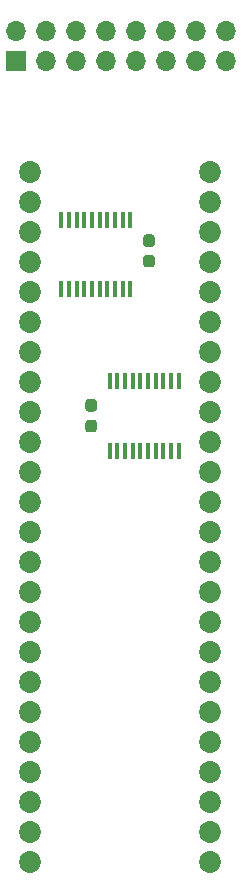
<source format=gbr>
G04 #@! TF.GenerationSoftware,KiCad,Pcbnew,(5.1.4)-1*
G04 #@! TF.CreationDate,2021-01-17T22:07:20+00:00*
G04 #@! TF.ProjectId,Amiga_External,416d6967-615f-4457-9874-65726e616c2e,rev?*
G04 #@! TF.SameCoordinates,Original*
G04 #@! TF.FileFunction,Soldermask,Top*
G04 #@! TF.FilePolarity,Negative*
%FSLAX46Y46*%
G04 Gerber Fmt 4.6, Leading zero omitted, Abs format (unit mm)*
G04 Created by KiCad (PCBNEW (5.1.4)-1) date 2021-01-17 22:07:20*
%MOMM*%
%LPD*%
G04 APERTURE LIST*
%ADD10C,1.854200*%
%ADD11C,0.100000*%
%ADD12C,0.950000*%
%ADD13R,0.450000X1.450000*%
%ADD14R,1.700000X1.700000*%
%ADD15O,1.700000X1.700000*%
G04 APERTURE END LIST*
D10*
X142240000Y-76200000D03*
X142240000Y-78740000D03*
X142240000Y-81280000D03*
X142240000Y-83820000D03*
X142240000Y-86360000D03*
X142240000Y-88900000D03*
X142240000Y-91440000D03*
X142240000Y-93980000D03*
X142240000Y-96520000D03*
X142240000Y-99060000D03*
X142240000Y-101600000D03*
X142240000Y-104140000D03*
X142240000Y-106680000D03*
X142240000Y-109220000D03*
X142240000Y-111760000D03*
X142240000Y-114300000D03*
X142240000Y-116840000D03*
X142240000Y-119380000D03*
X142240000Y-121920000D03*
X142240000Y-124460000D03*
X127000000Y-124460000D03*
X127000000Y-121920000D03*
X127000000Y-119380000D03*
X127000000Y-116840000D03*
X127000000Y-114300000D03*
X127000000Y-111760000D03*
X127000000Y-109220000D03*
X127000000Y-106680000D03*
X127000000Y-104140000D03*
X127000000Y-101600000D03*
X127000000Y-96520000D03*
X127000000Y-93980000D03*
X127000000Y-91440000D03*
X127000000Y-88900000D03*
X127000000Y-86360000D03*
X127000000Y-83820000D03*
X127000000Y-81280000D03*
X127000000Y-78740000D03*
X127000000Y-76200000D03*
X127000000Y-99060000D03*
X127000000Y-129540000D03*
X127000000Y-127000000D03*
X127000000Y-132080000D03*
X142240000Y-134620000D03*
X142240000Y-132080000D03*
X127000000Y-134620000D03*
X142240000Y-127000000D03*
X142240000Y-129540000D03*
D11*
G36*
X132442379Y-97201344D02*
G01*
X132465434Y-97204763D01*
X132488043Y-97210427D01*
X132509987Y-97218279D01*
X132531057Y-97228244D01*
X132551048Y-97240226D01*
X132569768Y-97254110D01*
X132587038Y-97269762D01*
X132602690Y-97287032D01*
X132616574Y-97305752D01*
X132628556Y-97325743D01*
X132638521Y-97346813D01*
X132646373Y-97368757D01*
X132652037Y-97391366D01*
X132655456Y-97414421D01*
X132656600Y-97437700D01*
X132656600Y-98012700D01*
X132655456Y-98035979D01*
X132652037Y-98059034D01*
X132646373Y-98081643D01*
X132638521Y-98103587D01*
X132628556Y-98124657D01*
X132616574Y-98144648D01*
X132602690Y-98163368D01*
X132587038Y-98180638D01*
X132569768Y-98196290D01*
X132551048Y-98210174D01*
X132531057Y-98222156D01*
X132509987Y-98232121D01*
X132488043Y-98239973D01*
X132465434Y-98245637D01*
X132442379Y-98249056D01*
X132419100Y-98250200D01*
X131944100Y-98250200D01*
X131920821Y-98249056D01*
X131897766Y-98245637D01*
X131875157Y-98239973D01*
X131853213Y-98232121D01*
X131832143Y-98222156D01*
X131812152Y-98210174D01*
X131793432Y-98196290D01*
X131776162Y-98180638D01*
X131760510Y-98163368D01*
X131746626Y-98144648D01*
X131734644Y-98124657D01*
X131724679Y-98103587D01*
X131716827Y-98081643D01*
X131711163Y-98059034D01*
X131707744Y-98035979D01*
X131706600Y-98012700D01*
X131706600Y-97437700D01*
X131707744Y-97414421D01*
X131711163Y-97391366D01*
X131716827Y-97368757D01*
X131724679Y-97346813D01*
X131734644Y-97325743D01*
X131746626Y-97305752D01*
X131760510Y-97287032D01*
X131776162Y-97269762D01*
X131793432Y-97254110D01*
X131812152Y-97240226D01*
X131832143Y-97228244D01*
X131853213Y-97218279D01*
X131875157Y-97210427D01*
X131897766Y-97204763D01*
X131920821Y-97201344D01*
X131944100Y-97200200D01*
X132419100Y-97200200D01*
X132442379Y-97201344D01*
X132442379Y-97201344D01*
G37*
D12*
X132181600Y-97725200D03*
D11*
G36*
X132442379Y-95451344D02*
G01*
X132465434Y-95454763D01*
X132488043Y-95460427D01*
X132509987Y-95468279D01*
X132531057Y-95478244D01*
X132551048Y-95490226D01*
X132569768Y-95504110D01*
X132587038Y-95519762D01*
X132602690Y-95537032D01*
X132616574Y-95555752D01*
X132628556Y-95575743D01*
X132638521Y-95596813D01*
X132646373Y-95618757D01*
X132652037Y-95641366D01*
X132655456Y-95664421D01*
X132656600Y-95687700D01*
X132656600Y-96262700D01*
X132655456Y-96285979D01*
X132652037Y-96309034D01*
X132646373Y-96331643D01*
X132638521Y-96353587D01*
X132628556Y-96374657D01*
X132616574Y-96394648D01*
X132602690Y-96413368D01*
X132587038Y-96430638D01*
X132569768Y-96446290D01*
X132551048Y-96460174D01*
X132531057Y-96472156D01*
X132509987Y-96482121D01*
X132488043Y-96489973D01*
X132465434Y-96495637D01*
X132442379Y-96499056D01*
X132419100Y-96500200D01*
X131944100Y-96500200D01*
X131920821Y-96499056D01*
X131897766Y-96495637D01*
X131875157Y-96489973D01*
X131853213Y-96482121D01*
X131832143Y-96472156D01*
X131812152Y-96460174D01*
X131793432Y-96446290D01*
X131776162Y-96430638D01*
X131760510Y-96413368D01*
X131746626Y-96394648D01*
X131734644Y-96374657D01*
X131724679Y-96353587D01*
X131716827Y-96331643D01*
X131711163Y-96309034D01*
X131707744Y-96285979D01*
X131706600Y-96262700D01*
X131706600Y-95687700D01*
X131707744Y-95664421D01*
X131711163Y-95641366D01*
X131716827Y-95618757D01*
X131724679Y-95596813D01*
X131734644Y-95575743D01*
X131746626Y-95555752D01*
X131760510Y-95537032D01*
X131776162Y-95519762D01*
X131793432Y-95504110D01*
X131812152Y-95490226D01*
X131832143Y-95478244D01*
X131853213Y-95468279D01*
X131875157Y-95460427D01*
X131897766Y-95454763D01*
X131920821Y-95451344D01*
X131944100Y-95450200D01*
X132419100Y-95450200D01*
X132442379Y-95451344D01*
X132442379Y-95451344D01*
G37*
D12*
X132181600Y-95975200D03*
D13*
X129663000Y-86160400D03*
X130313000Y-86160400D03*
X130963000Y-86160400D03*
X131613000Y-86160400D03*
X132263000Y-86160400D03*
X132913000Y-86160400D03*
X133563000Y-86160400D03*
X134213000Y-86160400D03*
X134863000Y-86160400D03*
X135513000Y-86160400D03*
X135513000Y-80260400D03*
X134863000Y-80260400D03*
X134213000Y-80260400D03*
X133563000Y-80260400D03*
X132913000Y-80260400D03*
X132263000Y-80260400D03*
X131613000Y-80260400D03*
X130963000Y-80260400D03*
X130313000Y-80260400D03*
X129663000Y-80260400D03*
X133752400Y-93951000D03*
X134402400Y-93951000D03*
X135052400Y-93951000D03*
X135702400Y-93951000D03*
X136352400Y-93951000D03*
X137002400Y-93951000D03*
X137652400Y-93951000D03*
X138302400Y-93951000D03*
X138952400Y-93951000D03*
X139602400Y-93951000D03*
X139602400Y-99851000D03*
X138952400Y-99851000D03*
X138302400Y-99851000D03*
X137652400Y-99851000D03*
X137002400Y-99851000D03*
X136352400Y-99851000D03*
X135702400Y-99851000D03*
X135052400Y-99851000D03*
X134402400Y-99851000D03*
X133752400Y-99851000D03*
D14*
X125806200Y-66802000D03*
D15*
X125806200Y-64262000D03*
X128346200Y-66802000D03*
X128346200Y-64262000D03*
X130886200Y-66802000D03*
X130886200Y-64262000D03*
X133426200Y-66802000D03*
X133426200Y-64262000D03*
X135966200Y-66802000D03*
X135966200Y-64262000D03*
X138506200Y-66802000D03*
X138506200Y-64262000D03*
X141046200Y-66802000D03*
X141046200Y-64262000D03*
X143586200Y-66802000D03*
X143586200Y-64262000D03*
D11*
G36*
X137344579Y-81506744D02*
G01*
X137367634Y-81510163D01*
X137390243Y-81515827D01*
X137412187Y-81523679D01*
X137433257Y-81533644D01*
X137453248Y-81545626D01*
X137471968Y-81559510D01*
X137489238Y-81575162D01*
X137504890Y-81592432D01*
X137518774Y-81611152D01*
X137530756Y-81631143D01*
X137540721Y-81652213D01*
X137548573Y-81674157D01*
X137554237Y-81696766D01*
X137557656Y-81719821D01*
X137558800Y-81743100D01*
X137558800Y-82318100D01*
X137557656Y-82341379D01*
X137554237Y-82364434D01*
X137548573Y-82387043D01*
X137540721Y-82408987D01*
X137530756Y-82430057D01*
X137518774Y-82450048D01*
X137504890Y-82468768D01*
X137489238Y-82486038D01*
X137471968Y-82501690D01*
X137453248Y-82515574D01*
X137433257Y-82527556D01*
X137412187Y-82537521D01*
X137390243Y-82545373D01*
X137367634Y-82551037D01*
X137344579Y-82554456D01*
X137321300Y-82555600D01*
X136846300Y-82555600D01*
X136823021Y-82554456D01*
X136799966Y-82551037D01*
X136777357Y-82545373D01*
X136755413Y-82537521D01*
X136734343Y-82527556D01*
X136714352Y-82515574D01*
X136695632Y-82501690D01*
X136678362Y-82486038D01*
X136662710Y-82468768D01*
X136648826Y-82450048D01*
X136636844Y-82430057D01*
X136626879Y-82408987D01*
X136619027Y-82387043D01*
X136613363Y-82364434D01*
X136609944Y-82341379D01*
X136608800Y-82318100D01*
X136608800Y-81743100D01*
X136609944Y-81719821D01*
X136613363Y-81696766D01*
X136619027Y-81674157D01*
X136626879Y-81652213D01*
X136636844Y-81631143D01*
X136648826Y-81611152D01*
X136662710Y-81592432D01*
X136678362Y-81575162D01*
X136695632Y-81559510D01*
X136714352Y-81545626D01*
X136734343Y-81533644D01*
X136755413Y-81523679D01*
X136777357Y-81515827D01*
X136799966Y-81510163D01*
X136823021Y-81506744D01*
X136846300Y-81505600D01*
X137321300Y-81505600D01*
X137344579Y-81506744D01*
X137344579Y-81506744D01*
G37*
D12*
X137083800Y-82030600D03*
D11*
G36*
X137344579Y-83256744D02*
G01*
X137367634Y-83260163D01*
X137390243Y-83265827D01*
X137412187Y-83273679D01*
X137433257Y-83283644D01*
X137453248Y-83295626D01*
X137471968Y-83309510D01*
X137489238Y-83325162D01*
X137504890Y-83342432D01*
X137518774Y-83361152D01*
X137530756Y-83381143D01*
X137540721Y-83402213D01*
X137548573Y-83424157D01*
X137554237Y-83446766D01*
X137557656Y-83469821D01*
X137558800Y-83493100D01*
X137558800Y-84068100D01*
X137557656Y-84091379D01*
X137554237Y-84114434D01*
X137548573Y-84137043D01*
X137540721Y-84158987D01*
X137530756Y-84180057D01*
X137518774Y-84200048D01*
X137504890Y-84218768D01*
X137489238Y-84236038D01*
X137471968Y-84251690D01*
X137453248Y-84265574D01*
X137433257Y-84277556D01*
X137412187Y-84287521D01*
X137390243Y-84295373D01*
X137367634Y-84301037D01*
X137344579Y-84304456D01*
X137321300Y-84305600D01*
X136846300Y-84305600D01*
X136823021Y-84304456D01*
X136799966Y-84301037D01*
X136777357Y-84295373D01*
X136755413Y-84287521D01*
X136734343Y-84277556D01*
X136714352Y-84265574D01*
X136695632Y-84251690D01*
X136678362Y-84236038D01*
X136662710Y-84218768D01*
X136648826Y-84200048D01*
X136636844Y-84180057D01*
X136626879Y-84158987D01*
X136619027Y-84137043D01*
X136613363Y-84114434D01*
X136609944Y-84091379D01*
X136608800Y-84068100D01*
X136608800Y-83493100D01*
X136609944Y-83469821D01*
X136613363Y-83446766D01*
X136619027Y-83424157D01*
X136626879Y-83402213D01*
X136636844Y-83381143D01*
X136648826Y-83361152D01*
X136662710Y-83342432D01*
X136678362Y-83325162D01*
X136695632Y-83309510D01*
X136714352Y-83295626D01*
X136734343Y-83283644D01*
X136755413Y-83273679D01*
X136777357Y-83265827D01*
X136799966Y-83260163D01*
X136823021Y-83256744D01*
X136846300Y-83255600D01*
X137321300Y-83255600D01*
X137344579Y-83256744D01*
X137344579Y-83256744D01*
G37*
D12*
X137083800Y-83780600D03*
M02*

</source>
